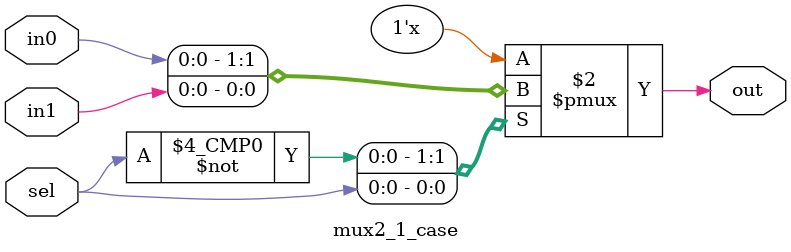
<source format=sv>
    

module mux2_1_assign(
    input logic in0,
    input logic in1,
    input logic sel,
    output logic out
);
    assign out = sel ? in1 : in0;
endmodule


module mux2_1_if(
    input logic in0,
    input logic in1,
    input logic sel,
    output logic out
);

    always @(*) begin
        if(sel == 1'b1) begin
            out = in1;
        end else begin
            out = in0;
        end
    end
endmodule


module mux2_1_if2(
    input logic in0,
    input logic in1,
    input logic sel,
    output logic out
);
    always_comb begin
        if(sel == 1'b1) begin
            out = in1;
        end else begin
            out = in0;
        end
    end  
endmodule


module mux2_1_case(
    input logic in0,
    input logic in1,
    input logic sel,
    output logic out
);
    always_comb begin
        case(sel)
            1'b0: out = in0;
            1'b1: out = in1;
        endcase
    end
endmodule
</source>
